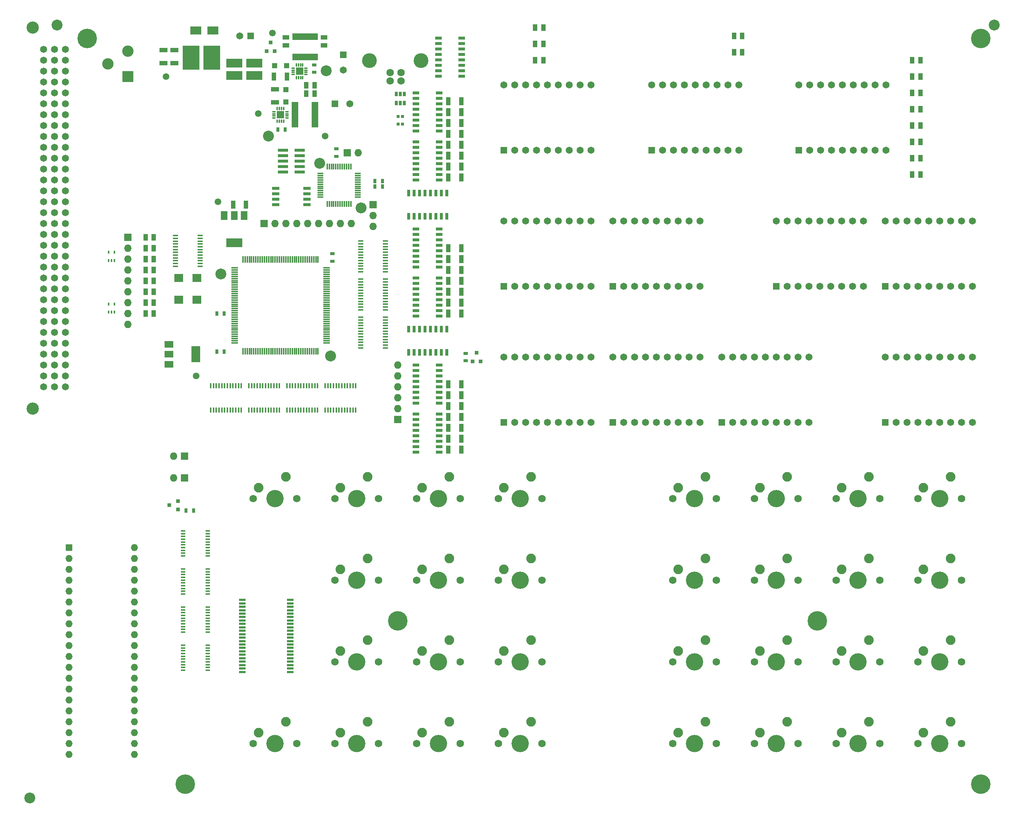
<source format=gts>
G04 #@! TF.GenerationSoftware,KiCad,Pcbnew,5.0.0-rc2-dev-unknown-c6ef0d5~62~ubuntu17.10.1*
G04 #@! TF.CreationDate,2018-03-22T21:06:56-04:00*
G04 #@! TF.ProjectId,quokka,71756F6B6B612E6B696361645F706362,rev?*
G04 #@! TF.SameCoordinates,PX9936698PY214e9c8*
G04 #@! TF.FileFunction,Soldermask,Top*
G04 #@! TF.FilePolarity,Negative*
%FSLAX46Y46*%
G04 Gerber Fmt 4.6, Leading zero omitted, Abs format (unit mm)*
G04 Created by KiCad (PCBNEW 5.0.0-rc2-dev-unknown-c6ef0d5~62~ubuntu17.10.1) date Thu Mar 22 21:06:56 2018*
%MOMM*%
%LPD*%
G01*
G04 APERTURE LIST*
%ADD10C,2.540000*%
%ADD11R,0.850800X0.950800*%
%ADD12O,1.750800X1.750800*%
%ADD13R,1.750800X1.750800*%
%ADD14C,1.650800*%
%ADD15C,2.850800*%
%ADD16C,4.550800*%
%ADD17R,0.700800X1.110800*%
%ADD18R,1.650800X1.650800*%
%ADD19C,1.550800*%
%ADD20R,1.050800X0.720800*%
%ADD21R,1.850800X1.120800*%
%ADD22R,1.120800X1.850800*%
%ADD23R,0.720800X1.050800*%
%ADD24R,1.550800X1.020800*%
%ADD25R,1.020800X1.550800*%
%ADD26R,2.550800X1.850800*%
%ADD27R,1.150800X1.150800*%
%ADD28R,0.450800X0.700800*%
%ADD29R,3.940800X5.550800*%
%ADD30R,2.650800X2.650800*%
%ADD31C,2.650800*%
%ADD32R,2.450800X0.790800*%
%ADD33C,1.750800*%
%ADD34C,3.450800*%
%ADD35R,3.710800X2.135800*%
%ADD36R,5.950800X1.650800*%
%ADD37R,1.650800X5.950800*%
%ADD38R,0.650800X0.700800*%
%ADD39R,0.950800X0.850800*%
%ADD40C,4.050800*%
%ADD41C,2.250800*%
%ADD42O,0.850800X0.350800*%
%ADD43O,0.350800X0.850800*%
%ADD44R,1.800800X1.800800*%
%ADD45R,3.850800X2.050800*%
%ADD46R,1.550800X2.050800*%
%ADD47R,2.050800X1.550800*%
%ADD48R,2.050800X3.850800*%
%ADD49R,0.350800X1.600800*%
%ADD50R,1.600800X0.350800*%
%ADD51R,1.350800X0.300800*%
%ADD52R,0.300800X1.350800*%
%ADD53R,1.150800X0.450800*%
%ADD54R,0.650800X1.550800*%
%ADD55R,1.550800X0.650800*%
%ADD56R,1.550800X0.550800*%
%ADD57R,1.050800X0.450800*%
%ADD58O,1.650800X1.650800*%
%ADD59R,0.450800X1.150800*%
%ADD60R,1.750800X0.700800*%
%ADD61R,2.050800X1.850800*%
G04 APERTURE END LIST*
D10*
X70993000Y-12573000D03*
X46405800Y-59969400D03*
X57531000Y-27813000D03*
X72009000Y-79121000D03*
X69469000Y-34163000D03*
X79121000Y-44577000D03*
X226695000Y-1905000D03*
X1905000Y-182245000D03*
X8255000Y-1905000D03*
D11*
X57064000Y-7985000D03*
X58964000Y-7985000D03*
X58014000Y-5985000D03*
D12*
X24765000Y-71755000D03*
X24765000Y-69215000D03*
X24765000Y-66675000D03*
X24765000Y-64135000D03*
X24765000Y-61595000D03*
X24765000Y-59055000D03*
X24765000Y-56515000D03*
X24765000Y-53975000D03*
D13*
X24765000Y-51435000D03*
D14*
X10160000Y-86360000D03*
X10160000Y-83820000D03*
X10160000Y-81280000D03*
X10160000Y-78740000D03*
X10160000Y-76200000D03*
X10160000Y-73660000D03*
X10160000Y-71120000D03*
X10160000Y-68580000D03*
X10160000Y-66040000D03*
X10160000Y-63500000D03*
X10160000Y-60960000D03*
X10160000Y-58420000D03*
X10160000Y-55880000D03*
X10160000Y-53340000D03*
X10160000Y-50800000D03*
X10160000Y-48260000D03*
X10160000Y-45720000D03*
X10160000Y-43180000D03*
X10160000Y-40640000D03*
X10160000Y-38100000D03*
X10160000Y-35560000D03*
X10160000Y-33020000D03*
X10160000Y-30480000D03*
X10160000Y-27940000D03*
X10160000Y-25400000D03*
X10160000Y-22860000D03*
X10160000Y-20320000D03*
X10160000Y-17780000D03*
X10160000Y-15240000D03*
X10160000Y-12700000D03*
X10160000Y-10160000D03*
X10160000Y-7620000D03*
X7620000Y-86360000D03*
X7620000Y-83820000D03*
X7620000Y-81280000D03*
X7620000Y-78740000D03*
X7620000Y-76200000D03*
X7620000Y-73660000D03*
X7620000Y-71120000D03*
X7620000Y-68580000D03*
X7620000Y-66040000D03*
X7620000Y-63500000D03*
X7620000Y-60960000D03*
X7620000Y-58420000D03*
X7620000Y-55880000D03*
X7620000Y-53340000D03*
X7620000Y-50800000D03*
X7620000Y-48260000D03*
X7620000Y-45720000D03*
X7620000Y-43180000D03*
X7620000Y-40640000D03*
X7620000Y-38100000D03*
X7620000Y-35560000D03*
X7620000Y-33020000D03*
X7620000Y-30480000D03*
X7620000Y-27940000D03*
X7620000Y-25400000D03*
X7620000Y-22860000D03*
X7620000Y-20320000D03*
X7620000Y-17780000D03*
X7620000Y-15240000D03*
X7620000Y-12700000D03*
X7620000Y-10160000D03*
X7620000Y-7620000D03*
X5080000Y-86360000D03*
X5080000Y-83820000D03*
X5080000Y-81280000D03*
X5080000Y-78740000D03*
X5080000Y-76200000D03*
X5080000Y-73660000D03*
X5080000Y-71120000D03*
X5080000Y-68580000D03*
X5080000Y-66040000D03*
X5080000Y-63500000D03*
X5080000Y-60960000D03*
X5080000Y-58420000D03*
X5080000Y-55880000D03*
X5080000Y-53340000D03*
X5080000Y-50800000D03*
X5080000Y-48260000D03*
X5080000Y-45720000D03*
X5080000Y-43180000D03*
X5080000Y-40640000D03*
X5080000Y-38100000D03*
X5080000Y-35560000D03*
X5080000Y-33020000D03*
X5080000Y-30480000D03*
X5080000Y-27940000D03*
X5080000Y-25400000D03*
X5080000Y-22860000D03*
X5080000Y-20320000D03*
X5080000Y-17780000D03*
X5080000Y-15240000D03*
X5080000Y-12700000D03*
X5080000Y-10160000D03*
X5080000Y-7620000D03*
D15*
X2540000Y-91440000D03*
X2540000Y-2540000D03*
D16*
X223520000Y-5080000D03*
X87630000Y-140970000D03*
X185420000Y-140970000D03*
X15240000Y-5080000D03*
X38100000Y-179070000D03*
D17*
X87315000Y-20150000D03*
X88265000Y-20150000D03*
X89215000Y-20150000D03*
X89215000Y-17950000D03*
X87315000Y-17950000D03*
X88265000Y-17950000D03*
D14*
X132715000Y-31115000D03*
X132715000Y-15875000D03*
X130175000Y-31115000D03*
X130175000Y-15875000D03*
X127635000Y-31115000D03*
X127635000Y-15875000D03*
X125095000Y-31115000D03*
X125095000Y-15875000D03*
X122555000Y-31115000D03*
X122555000Y-15875000D03*
X120015000Y-31115000D03*
X120015000Y-15875000D03*
X117475000Y-31115000D03*
X117475000Y-15875000D03*
X114935000Y-31115000D03*
X114935000Y-15875000D03*
D18*
X112395000Y-31115000D03*
D14*
X112395000Y-15875000D03*
D19*
X58420000Y-3810000D03*
X70739000Y-27813000D03*
X45720000Y-43180000D03*
X40640000Y-83820000D03*
X33655000Y-13970000D03*
X55118000Y-22606000D03*
D20*
X68199000Y-11190000D03*
X68199000Y-12940000D03*
D21*
X35560000Y-7785000D03*
X35560000Y-10795000D03*
X33020000Y-7785000D03*
X33020000Y-10795000D03*
D18*
X53340000Y-4445000D03*
D14*
X50840000Y-4445000D03*
D22*
X61830000Y-13970000D03*
X58820000Y-13970000D03*
D23*
X59704000Y-26289000D03*
X61454000Y-26289000D03*
D24*
X70485000Y-4760000D03*
X70485000Y-6670000D03*
X61595000Y-6670000D03*
X61595000Y-4760000D03*
D14*
X74930000Y-12390000D03*
D18*
X74930000Y-8890000D03*
D21*
X59055000Y-19920000D03*
X59055000Y-16910000D03*
D25*
X66355000Y-16002000D03*
X68265000Y-16002000D03*
X68265000Y-17907000D03*
X66355000Y-17907000D03*
D18*
X73025000Y-20320000D03*
D14*
X76525000Y-20320000D03*
D26*
X44545000Y-3175000D03*
X40545000Y-3175000D03*
D27*
X61725000Y-11430000D03*
X58925000Y-11430000D03*
X61595000Y-17015000D03*
X61595000Y-19815000D03*
D28*
X20305000Y-54930000D03*
X21605000Y-54930000D03*
X20955000Y-56830000D03*
X21605000Y-56830000D03*
X20305000Y-56830000D03*
X20305000Y-68895000D03*
X21605000Y-68895000D03*
X20955000Y-68895000D03*
X21605000Y-66995000D03*
X20305000Y-66995000D03*
D25*
X30800000Y-51435000D03*
X28890000Y-51435000D03*
X30800000Y-53975000D03*
X28890000Y-53975000D03*
X28890000Y-56515000D03*
X30800000Y-56515000D03*
X30800000Y-59055000D03*
X28890000Y-59055000D03*
X28890000Y-61595000D03*
X30800000Y-61595000D03*
X30800000Y-64135000D03*
X28890000Y-64135000D03*
X28890000Y-66675000D03*
X30800000Y-66675000D03*
X28890000Y-69215000D03*
X30800000Y-69215000D03*
D14*
X158115000Y-62865000D03*
X158115000Y-47625000D03*
X155575000Y-62865000D03*
X155575000Y-47625000D03*
X153035000Y-62865000D03*
X153035000Y-47625000D03*
X150495000Y-62865000D03*
X150495000Y-47625000D03*
X147955000Y-62865000D03*
X147955000Y-47625000D03*
X145415000Y-62865000D03*
X145415000Y-47625000D03*
X142875000Y-62865000D03*
X142875000Y-47625000D03*
X140335000Y-62865000D03*
X140335000Y-47625000D03*
D18*
X137795000Y-62865000D03*
D14*
X137795000Y-47625000D03*
X112395000Y-47625000D03*
D18*
X112395000Y-62865000D03*
D14*
X114935000Y-47625000D03*
X114935000Y-62865000D03*
X117475000Y-47625000D03*
X117475000Y-62865000D03*
X120015000Y-47625000D03*
X120015000Y-62865000D03*
X122555000Y-47625000D03*
X122555000Y-62865000D03*
X125095000Y-47625000D03*
X125095000Y-62865000D03*
X127635000Y-47625000D03*
X127635000Y-62865000D03*
X130175000Y-47625000D03*
X130175000Y-62865000D03*
X132715000Y-47625000D03*
X132715000Y-62865000D03*
X196215000Y-62865000D03*
X196215000Y-47625000D03*
X193675000Y-62865000D03*
X193675000Y-47625000D03*
X191135000Y-62865000D03*
X191135000Y-47625000D03*
X188595000Y-62865000D03*
X188595000Y-47625000D03*
X186055000Y-62865000D03*
X186055000Y-47625000D03*
X183515000Y-62865000D03*
X183515000Y-47625000D03*
X180975000Y-62865000D03*
X180975000Y-47625000D03*
X178435000Y-62865000D03*
X178435000Y-47625000D03*
D18*
X175895000Y-62865000D03*
D14*
X175895000Y-47625000D03*
X201295000Y-47625000D03*
D18*
X201295000Y-62865000D03*
D14*
X203835000Y-47625000D03*
X203835000Y-62865000D03*
X206375000Y-47625000D03*
X206375000Y-62865000D03*
X208915000Y-47625000D03*
X208915000Y-62865000D03*
X211455000Y-47625000D03*
X211455000Y-62865000D03*
X213995000Y-47625000D03*
X213995000Y-62865000D03*
X216535000Y-47625000D03*
X216535000Y-62865000D03*
X219075000Y-47625000D03*
X219075000Y-62865000D03*
X221615000Y-47625000D03*
X221615000Y-62865000D03*
X221615000Y-94615000D03*
X221615000Y-79375000D03*
X219075000Y-94615000D03*
X219075000Y-79375000D03*
X216535000Y-94615000D03*
X216535000Y-79375000D03*
X213995000Y-94615000D03*
X213995000Y-79375000D03*
X211455000Y-94615000D03*
X211455000Y-79375000D03*
X208915000Y-94615000D03*
X208915000Y-79375000D03*
X206375000Y-94615000D03*
X206375000Y-79375000D03*
X203835000Y-94615000D03*
X203835000Y-79375000D03*
D18*
X201295000Y-94615000D03*
D14*
X201295000Y-79375000D03*
X163195000Y-79375000D03*
D18*
X163195000Y-94615000D03*
D14*
X165735000Y-79375000D03*
X165735000Y-94615000D03*
X168275000Y-79375000D03*
X168275000Y-94615000D03*
X170815000Y-79375000D03*
X170815000Y-94615000D03*
X173355000Y-79375000D03*
X173355000Y-94615000D03*
X175895000Y-79375000D03*
X175895000Y-94615000D03*
X178435000Y-79375000D03*
X178435000Y-94615000D03*
X180975000Y-79375000D03*
X180975000Y-94615000D03*
X183515000Y-79375000D03*
X183515000Y-94615000D03*
X132715000Y-94615000D03*
X132715000Y-79375000D03*
X130175000Y-94615000D03*
X130175000Y-79375000D03*
X127635000Y-94615000D03*
X127635000Y-79375000D03*
X125095000Y-94615000D03*
X125095000Y-79375000D03*
X122555000Y-94615000D03*
X122555000Y-79375000D03*
X120015000Y-94615000D03*
X120015000Y-79375000D03*
X117475000Y-94615000D03*
X117475000Y-79375000D03*
X114935000Y-94615000D03*
X114935000Y-79375000D03*
D18*
X112395000Y-94615000D03*
D14*
X112395000Y-79375000D03*
X137795000Y-79375000D03*
D18*
X137795000Y-94615000D03*
D14*
X140335000Y-79375000D03*
X140335000Y-94615000D03*
X142875000Y-79375000D03*
X142875000Y-94615000D03*
X145415000Y-79375000D03*
X145415000Y-94615000D03*
X147955000Y-79375000D03*
X147955000Y-94615000D03*
X150495000Y-79375000D03*
X150495000Y-94615000D03*
X153035000Y-79375000D03*
X153035000Y-94615000D03*
X155575000Y-79375000D03*
X155575000Y-94615000D03*
X158115000Y-79375000D03*
X158115000Y-94615000D03*
D25*
X207569000Y-10160000D03*
X209479000Y-10160000D03*
X209479000Y-13970000D03*
X207569000Y-13970000D03*
X207569000Y-17780000D03*
X209479000Y-17780000D03*
X209479000Y-21590000D03*
X207569000Y-21590000D03*
X207569000Y-25400000D03*
X209479000Y-25400000D03*
X209479000Y-29210000D03*
X207569000Y-29210000D03*
X207569000Y-33020000D03*
X209479000Y-33020000D03*
X209479000Y-36830000D03*
X207569000Y-36830000D03*
X166050000Y-4445000D03*
X167960000Y-4445000D03*
X167960000Y-8255000D03*
X166050000Y-8255000D03*
X119695000Y-2540000D03*
X121605000Y-2540000D03*
X119695000Y-6350000D03*
X121605000Y-6350000D03*
X121605000Y-10160000D03*
X119695000Y-10160000D03*
D14*
X146812000Y-15875000D03*
D18*
X146812000Y-31115000D03*
D14*
X149352000Y-15875000D03*
X149352000Y-31115000D03*
X151892000Y-15875000D03*
X151892000Y-31115000D03*
X154432000Y-15875000D03*
X154432000Y-31115000D03*
X156972000Y-15875000D03*
X156972000Y-31115000D03*
X159512000Y-15875000D03*
X159512000Y-31115000D03*
X162052000Y-15875000D03*
X162052000Y-31115000D03*
X164592000Y-15875000D03*
X164592000Y-31115000D03*
X167132000Y-15875000D03*
X167132000Y-31115000D03*
X181102000Y-15875000D03*
D18*
X181102000Y-31115000D03*
D14*
X183642000Y-15875000D03*
X183642000Y-31115000D03*
X186182000Y-15875000D03*
X186182000Y-31115000D03*
X188722000Y-15875000D03*
X188722000Y-31115000D03*
X191262000Y-15875000D03*
X191262000Y-31115000D03*
X193802000Y-15875000D03*
X193802000Y-31115000D03*
X196342000Y-15875000D03*
X196342000Y-31115000D03*
X198882000Y-15875000D03*
X198882000Y-31115000D03*
X201422000Y-15875000D03*
X201422000Y-31115000D03*
D29*
X44305000Y-9525000D03*
X39515000Y-9525000D03*
D30*
X24765000Y-13970000D03*
D31*
X24765000Y-7970000D03*
X20065000Y-10970000D03*
D32*
X60915000Y-31115000D03*
X64815000Y-31115000D03*
X60915000Y-32385000D03*
X64815000Y-32385000D03*
X60915000Y-33655000D03*
X64815000Y-33655000D03*
X60915000Y-34925000D03*
X64815000Y-34925000D03*
X60915000Y-36195000D03*
X64815000Y-36195000D03*
D13*
X75870000Y-31673800D03*
D12*
X78410000Y-31673800D03*
D13*
X56515000Y-48260000D03*
D12*
X59055000Y-48260000D03*
X61595000Y-48260000D03*
X64135000Y-48260000D03*
X66675000Y-48260000D03*
X69215000Y-48260000D03*
X71755000Y-48260000D03*
X74295000Y-48260000D03*
X76835000Y-48260000D03*
D13*
X81915000Y-43815000D03*
D12*
X81915000Y-46355000D03*
X81915000Y-48895000D03*
D33*
X88392000Y-14986000D03*
X85892000Y-14986000D03*
X88392000Y-12986000D03*
X85892000Y-12986000D03*
D34*
X93102000Y-10216000D03*
X81062000Y-10216000D03*
D13*
X87630000Y-93980000D03*
D12*
X87630000Y-91440000D03*
X87630000Y-88900000D03*
X87630000Y-86360000D03*
X87630000Y-83820000D03*
X87630000Y-81280000D03*
D13*
X37946000Y-102523000D03*
D12*
X35406000Y-102523000D03*
X35406000Y-107603000D03*
D13*
X37946000Y-107603000D03*
D35*
X49530000Y-10795000D03*
X54230000Y-10795000D03*
X49530000Y-13695000D03*
X54230000Y-13695000D03*
D36*
X66040000Y-4635000D03*
X66040000Y-9335000D03*
D37*
X63690000Y-22860000D03*
X68390000Y-22860000D03*
D38*
X88745000Y-24980000D03*
X88740000Y-23280000D03*
X87785000Y-24980000D03*
X87785000Y-23280000D03*
D11*
X106045000Y-78375000D03*
X106995000Y-80375000D03*
X105095000Y-80375000D03*
D39*
X36406000Y-114903000D03*
X36406000Y-113003000D03*
X34406000Y-113953000D03*
D22*
X49295000Y-43815000D03*
X52305000Y-43815000D03*
D20*
X73330000Y-32548800D03*
X73330000Y-30798800D03*
D23*
X84085000Y-39624000D03*
X82335000Y-39624000D03*
X84085000Y-38354000D03*
X82335000Y-38354000D03*
D22*
X99460000Y-69215000D03*
X102470000Y-69215000D03*
X99460000Y-66675000D03*
X102470000Y-66675000D03*
X102470000Y-64135000D03*
X99460000Y-64135000D03*
X99460000Y-61595000D03*
X102470000Y-61595000D03*
X99460000Y-59055000D03*
X102470000Y-59055000D03*
X99460000Y-53975000D03*
X102470000Y-53975000D03*
X102470000Y-56515000D03*
X99460000Y-56515000D03*
D20*
X103505000Y-80250000D03*
X103505000Y-78500000D03*
D22*
X102470000Y-100965000D03*
X99460000Y-100965000D03*
X102470000Y-98425000D03*
X99460000Y-98425000D03*
X99460000Y-95885000D03*
X102470000Y-95885000D03*
X102470000Y-93345000D03*
X99460000Y-93345000D03*
X102470000Y-90805000D03*
X99460000Y-90805000D03*
X99460000Y-85725000D03*
X102470000Y-85725000D03*
X102470000Y-88265000D03*
X99460000Y-88265000D03*
X102470000Y-37465000D03*
X99460000Y-37465000D03*
X102470000Y-34925000D03*
X99460000Y-34925000D03*
X102470000Y-32385000D03*
X99460000Y-32385000D03*
X102470000Y-29845000D03*
X99460000Y-29845000D03*
X102470000Y-27305000D03*
X99460000Y-27305000D03*
X102470000Y-19685000D03*
X99460000Y-19685000D03*
X99460000Y-24765000D03*
X102470000Y-24765000D03*
X102470000Y-22225000D03*
X99460000Y-22225000D03*
D23*
X38341000Y-115223000D03*
X40091000Y-115223000D03*
X47230000Y-69215000D03*
X45480000Y-69215000D03*
X47230000Y-78105000D03*
X45480000Y-78105000D03*
D20*
X72390000Y-56995000D03*
X72390000Y-55245000D03*
D33*
X64135000Y-112395000D03*
X53975000Y-112395000D03*
D40*
X59055000Y-112395000D03*
D41*
X55245000Y-109855000D03*
X61595000Y-107315000D03*
X80645000Y-107315000D03*
X74295000Y-109855000D03*
D40*
X78105000Y-112395000D03*
D33*
X73025000Y-112395000D03*
X83185000Y-112395000D03*
X64135000Y-169545000D03*
X53975000Y-169545000D03*
D40*
X59055000Y-169545000D03*
D41*
X55245000Y-167005000D03*
X61595000Y-164465000D03*
X118745000Y-107315000D03*
X112395000Y-109855000D03*
D40*
X116205000Y-112395000D03*
D33*
X111125000Y-112395000D03*
X121285000Y-112395000D03*
X121285000Y-131445000D03*
X111125000Y-131445000D03*
D40*
X116205000Y-131445000D03*
D41*
X112395000Y-128905000D03*
X118745000Y-126365000D03*
X118745000Y-145415000D03*
X112395000Y-147955000D03*
D40*
X116205000Y-150495000D03*
D33*
X111125000Y-150495000D03*
X121285000Y-150495000D03*
X83185000Y-131445000D03*
X73025000Y-131445000D03*
D40*
X78105000Y-131445000D03*
D41*
X74295000Y-128905000D03*
X80645000Y-126365000D03*
X99695000Y-107315000D03*
X93345000Y-109855000D03*
D40*
X97155000Y-112395000D03*
D33*
X92075000Y-112395000D03*
X102235000Y-112395000D03*
X161925000Y-112395000D03*
X151765000Y-112395000D03*
D40*
X156845000Y-112395000D03*
D41*
X153035000Y-109855000D03*
X159385000Y-107315000D03*
X178435000Y-107315000D03*
X172085000Y-109855000D03*
D40*
X175895000Y-112395000D03*
D33*
X170815000Y-112395000D03*
X180975000Y-112395000D03*
X200025000Y-112395000D03*
X189865000Y-112395000D03*
D40*
X194945000Y-112395000D03*
D41*
X191135000Y-109855000D03*
X197485000Y-107315000D03*
X216535000Y-107315000D03*
X210185000Y-109855000D03*
D40*
X213995000Y-112395000D03*
D33*
X208915000Y-112395000D03*
X219075000Y-112395000D03*
X83185000Y-150495000D03*
X73025000Y-150495000D03*
D40*
X78105000Y-150495000D03*
D41*
X74295000Y-147955000D03*
X80645000Y-145415000D03*
X99695000Y-126365000D03*
X93345000Y-128905000D03*
D40*
X97155000Y-131445000D03*
D33*
X92075000Y-131445000D03*
X102235000Y-131445000D03*
X161925000Y-131445000D03*
X151765000Y-131445000D03*
D40*
X156845000Y-131445000D03*
D41*
X153035000Y-128905000D03*
X159385000Y-126365000D03*
X178435000Y-126365000D03*
X172085000Y-128905000D03*
D40*
X175895000Y-131445000D03*
D33*
X170815000Y-131445000D03*
X180975000Y-131445000D03*
D41*
X197485000Y-126365000D03*
X191135000Y-128905000D03*
D40*
X194945000Y-131445000D03*
D33*
X189865000Y-131445000D03*
X200025000Y-131445000D03*
X219075000Y-131445000D03*
X208915000Y-131445000D03*
D40*
X213995000Y-131445000D03*
D41*
X210185000Y-128905000D03*
X216535000Y-126365000D03*
X80645000Y-164465000D03*
X74295000Y-167005000D03*
D40*
X78105000Y-169545000D03*
D33*
X73025000Y-169545000D03*
X83185000Y-169545000D03*
X102235000Y-150495000D03*
X92075000Y-150495000D03*
D40*
X97155000Y-150495000D03*
D41*
X93345000Y-147955000D03*
X99695000Y-145415000D03*
X159385000Y-145415000D03*
X153035000Y-147955000D03*
D40*
X156845000Y-150495000D03*
D33*
X151765000Y-150495000D03*
X161925000Y-150495000D03*
X180975000Y-150495000D03*
X170815000Y-150495000D03*
D40*
X175895000Y-150495000D03*
D41*
X172085000Y-147955000D03*
X178435000Y-145415000D03*
X197485000Y-145415000D03*
X191135000Y-147955000D03*
D40*
X194945000Y-150495000D03*
D33*
X189865000Y-150495000D03*
X200025000Y-150495000D03*
X219075000Y-150495000D03*
X208915000Y-150495000D03*
D40*
X213995000Y-150495000D03*
D41*
X210185000Y-147955000D03*
X216535000Y-145415000D03*
X99695000Y-164465000D03*
X93345000Y-167005000D03*
D40*
X97155000Y-169545000D03*
D33*
X92075000Y-169545000D03*
X102235000Y-169545000D03*
X121285000Y-169545000D03*
X111125000Y-169545000D03*
D40*
X116205000Y-169545000D03*
D41*
X112395000Y-167005000D03*
X118745000Y-164465000D03*
X159385000Y-164465000D03*
X153035000Y-167005000D03*
D40*
X156845000Y-169545000D03*
D33*
X151765000Y-169545000D03*
X161925000Y-169545000D03*
X180975000Y-169545000D03*
X170815000Y-169545000D03*
D40*
X175895000Y-169545000D03*
D41*
X172085000Y-167005000D03*
X178435000Y-164465000D03*
X197485000Y-164465000D03*
X191135000Y-167005000D03*
D40*
X194945000Y-169545000D03*
D33*
X189865000Y-169545000D03*
X200025000Y-169545000D03*
X219075000Y-169545000D03*
X208915000Y-169545000D03*
D40*
X213995000Y-169545000D03*
D41*
X210185000Y-167005000D03*
X216535000Y-164465000D03*
D42*
X63270000Y-11950000D03*
X63270000Y-12450000D03*
X63270000Y-12950000D03*
X63270000Y-13450000D03*
D43*
X64020000Y-14200000D03*
X64520000Y-14200000D03*
X65020000Y-14200000D03*
X65520000Y-14200000D03*
D42*
X66270000Y-13450000D03*
X66270000Y-12950000D03*
X66270000Y-12450000D03*
X66270000Y-11950000D03*
D43*
X65520000Y-11200000D03*
X65020000Y-11200000D03*
X64520000Y-11200000D03*
X64020000Y-11200000D03*
D44*
X64770000Y-12700000D03*
X60325000Y-22860000D03*
D42*
X61825000Y-22110000D03*
X61825000Y-22610000D03*
X61825000Y-23110000D03*
X61825000Y-23610000D03*
D43*
X61075000Y-24360000D03*
X60575000Y-24360000D03*
X60075000Y-24360000D03*
X59575000Y-24360000D03*
D42*
X58825000Y-23610000D03*
X58825000Y-23110000D03*
X58825000Y-22610000D03*
X58825000Y-22110000D03*
D43*
X59575000Y-21360000D03*
X60075000Y-21360000D03*
X60575000Y-21360000D03*
X61075000Y-21360000D03*
D45*
X49530000Y-52680000D03*
D46*
X49530000Y-46380000D03*
X47230000Y-46380000D03*
X51830000Y-46380000D03*
D47*
X34315000Y-76440000D03*
X34315000Y-81040000D03*
X34315000Y-78740000D03*
D48*
X40615000Y-78740000D03*
D49*
X69075000Y-56610000D03*
X68575000Y-56610000D03*
X68075000Y-56610000D03*
X67575000Y-56610000D03*
X67075000Y-56610000D03*
X66575000Y-56610000D03*
X66075000Y-56610000D03*
X65575000Y-56610000D03*
X65075000Y-56610000D03*
X64575000Y-56610000D03*
X64075000Y-56610000D03*
X63575000Y-56610000D03*
X63075000Y-56610000D03*
X62575000Y-56610000D03*
X62075000Y-56610000D03*
X61575000Y-56610000D03*
X61075000Y-56610000D03*
X60575000Y-56610000D03*
X60075000Y-56610000D03*
X59575000Y-56610000D03*
X59075000Y-56610000D03*
X58575000Y-56610000D03*
X58075000Y-56610000D03*
X57575000Y-56610000D03*
X57075000Y-56610000D03*
X56575000Y-56610000D03*
X56075000Y-56610000D03*
X55575000Y-56610000D03*
X55075000Y-56610000D03*
X54575000Y-56610000D03*
X54075000Y-56610000D03*
X53575000Y-56610000D03*
X53075000Y-56610000D03*
X52575000Y-56610000D03*
X52075000Y-56610000D03*
X51575000Y-56610000D03*
D50*
X49625000Y-58560000D03*
X49625000Y-59060000D03*
X49625000Y-59560000D03*
X49625000Y-60060000D03*
X49625000Y-60560000D03*
X49625000Y-61060000D03*
X49625000Y-61560000D03*
X49625000Y-62060000D03*
X49625000Y-62560000D03*
X49625000Y-63060000D03*
X49625000Y-63560000D03*
X49625000Y-64060000D03*
X49625000Y-64560000D03*
X49625000Y-65060000D03*
X49625000Y-65560000D03*
X49625000Y-66060000D03*
X49625000Y-66560000D03*
X49625000Y-67060000D03*
X49625000Y-67560000D03*
X49625000Y-68060000D03*
X49625000Y-68560000D03*
X49625000Y-69060000D03*
X49625000Y-69560000D03*
X49625000Y-70060000D03*
X49625000Y-70560000D03*
X49625000Y-71060000D03*
X49625000Y-71560000D03*
X49625000Y-72060000D03*
X49625000Y-72560000D03*
X49625000Y-73060000D03*
X49625000Y-73560000D03*
X49625000Y-74060000D03*
X49625000Y-74560000D03*
X49625000Y-75060000D03*
X49625000Y-75560000D03*
X49625000Y-76060000D03*
D49*
X51575000Y-78010000D03*
X52075000Y-78010000D03*
X52575000Y-78010000D03*
X53075000Y-78010000D03*
X53575000Y-78010000D03*
X54075000Y-78010000D03*
X54575000Y-78010000D03*
X55075000Y-78010000D03*
X55575000Y-78010000D03*
X56075000Y-78010000D03*
X56575000Y-78010000D03*
X57075000Y-78010000D03*
X57575000Y-78010000D03*
X58075000Y-78010000D03*
X58575000Y-78010000D03*
X59075000Y-78010000D03*
X59575000Y-78010000D03*
X60075000Y-78010000D03*
X60575000Y-78010000D03*
X61075000Y-78010000D03*
X61575000Y-78010000D03*
X62075000Y-78010000D03*
X62575000Y-78010000D03*
X63075000Y-78010000D03*
X63575000Y-78010000D03*
X64075000Y-78010000D03*
X64575000Y-78010000D03*
X65075000Y-78010000D03*
X65575000Y-78010000D03*
X66075000Y-78010000D03*
X66575000Y-78010000D03*
X67075000Y-78010000D03*
X67575000Y-78010000D03*
X68075000Y-78010000D03*
X68575000Y-78010000D03*
X69075000Y-78010000D03*
D50*
X71025000Y-76060000D03*
X71025000Y-75560000D03*
X71025000Y-75060000D03*
X71025000Y-74560000D03*
X71025000Y-74060000D03*
X71025000Y-73560000D03*
X71025000Y-73060000D03*
X71025000Y-72560000D03*
X71025000Y-72060000D03*
X71025000Y-71560000D03*
X71025000Y-71060000D03*
X71025000Y-70560000D03*
X71025000Y-70060000D03*
X71025000Y-69560000D03*
X71025000Y-69060000D03*
X71025000Y-68560000D03*
X71025000Y-68060000D03*
X71025000Y-67560000D03*
X71025000Y-67060000D03*
X71025000Y-66560000D03*
X71025000Y-66060000D03*
X71025000Y-65560000D03*
X71025000Y-65060000D03*
X71025000Y-64560000D03*
X71025000Y-64060000D03*
X71025000Y-63560000D03*
X71025000Y-63060000D03*
X71025000Y-62560000D03*
X71025000Y-62060000D03*
X71025000Y-61560000D03*
X71025000Y-61060000D03*
X71025000Y-60560000D03*
X71025000Y-60060000D03*
X71025000Y-59560000D03*
X71025000Y-59060000D03*
X71025000Y-58560000D03*
D51*
X69615000Y-36543800D03*
X69615000Y-37043800D03*
X69615000Y-37543800D03*
X69615000Y-38043800D03*
X69615000Y-38543800D03*
X69615000Y-39043800D03*
X69615000Y-39543800D03*
X69615000Y-40043800D03*
X69615000Y-40543800D03*
X69615000Y-41043800D03*
X69615000Y-41543800D03*
X69615000Y-42043800D03*
D52*
X71215000Y-43643800D03*
X71715000Y-43643800D03*
X72215000Y-43643800D03*
X72715000Y-43643800D03*
X73215000Y-43643800D03*
X73715000Y-43643800D03*
X74215000Y-43643800D03*
X74715000Y-43643800D03*
X75215000Y-43643800D03*
X75715000Y-43643800D03*
X76215000Y-43643800D03*
X76715000Y-43643800D03*
D51*
X78315000Y-42043800D03*
X78315000Y-41543800D03*
X78315000Y-41043800D03*
X78315000Y-40543800D03*
X78315000Y-40043800D03*
X78315000Y-39543800D03*
X78315000Y-39043800D03*
X78315000Y-38543800D03*
X78315000Y-38043800D03*
X78315000Y-37543800D03*
X78315000Y-37043800D03*
X78315000Y-36543800D03*
D52*
X76715000Y-34943800D03*
X76215000Y-34943800D03*
X75715000Y-34943800D03*
X75215000Y-34943800D03*
X74715000Y-34943800D03*
X74215000Y-34943800D03*
X73715000Y-34943800D03*
X73215000Y-34943800D03*
X72715000Y-34943800D03*
X72215000Y-34943800D03*
X71715000Y-34943800D03*
X71215000Y-34943800D03*
D53*
X41585000Y-51035000D03*
X41585000Y-51685000D03*
X41585000Y-52335000D03*
X41585000Y-52985000D03*
X41585000Y-53635000D03*
X41585000Y-54285000D03*
X41585000Y-54935000D03*
X41585000Y-55585000D03*
X41585000Y-56235000D03*
X41585000Y-56885000D03*
X41585000Y-57535000D03*
X41585000Y-58185000D03*
X35885000Y-58185000D03*
X35885000Y-57535000D03*
X35885000Y-56885000D03*
X35885000Y-56235000D03*
X35885000Y-55585000D03*
X35885000Y-54935000D03*
X35885000Y-54285000D03*
X35885000Y-53635000D03*
X35885000Y-52985000D03*
X35885000Y-52335000D03*
X35885000Y-51685000D03*
X35885000Y-51035000D03*
D54*
X99060000Y-41115000D03*
X97790000Y-41115000D03*
X96520000Y-41115000D03*
X95250000Y-41115000D03*
X93980000Y-41115000D03*
X92710000Y-41115000D03*
X91440000Y-41115000D03*
X90170000Y-41115000D03*
X90170000Y-46515000D03*
X91440000Y-46515000D03*
X92710000Y-46515000D03*
X93980000Y-46515000D03*
X95250000Y-46515000D03*
X96520000Y-46515000D03*
X97790000Y-46515000D03*
X99060000Y-46515000D03*
D55*
X91915000Y-60960000D03*
X91915000Y-62230000D03*
X91915000Y-63500000D03*
X91915000Y-64770000D03*
X91915000Y-66040000D03*
X91915000Y-67310000D03*
X91915000Y-68580000D03*
X91915000Y-69850000D03*
X97315000Y-69850000D03*
X97315000Y-68580000D03*
X97315000Y-67310000D03*
X97315000Y-66040000D03*
X97315000Y-64770000D03*
X97315000Y-63500000D03*
X97315000Y-62230000D03*
X97315000Y-60960000D03*
X97315000Y-49530000D03*
X97315000Y-50800000D03*
X97315000Y-52070000D03*
X97315000Y-53340000D03*
X97315000Y-54610000D03*
X97315000Y-55880000D03*
X97315000Y-57150000D03*
X97315000Y-58420000D03*
X91915000Y-58420000D03*
X91915000Y-57150000D03*
X91915000Y-55880000D03*
X91915000Y-54610000D03*
X91915000Y-53340000D03*
X91915000Y-52070000D03*
X91915000Y-50800000D03*
X91915000Y-49530000D03*
D54*
X99060000Y-72865000D03*
X97790000Y-72865000D03*
X96520000Y-72865000D03*
X95250000Y-72865000D03*
X93980000Y-72865000D03*
X92710000Y-72865000D03*
X91440000Y-72865000D03*
X90170000Y-72865000D03*
X90170000Y-78265000D03*
X91440000Y-78265000D03*
X92710000Y-78265000D03*
X93980000Y-78265000D03*
X95250000Y-78265000D03*
X96520000Y-78265000D03*
X97790000Y-78265000D03*
X99060000Y-78265000D03*
D55*
X91915000Y-92710000D03*
X91915000Y-93980000D03*
X91915000Y-95250000D03*
X91915000Y-96520000D03*
X91915000Y-97790000D03*
X91915000Y-99060000D03*
X91915000Y-100330000D03*
X91915000Y-101600000D03*
X97315000Y-101600000D03*
X97315000Y-100330000D03*
X97315000Y-99060000D03*
X97315000Y-97790000D03*
X97315000Y-96520000D03*
X97315000Y-95250000D03*
X97315000Y-93980000D03*
X97315000Y-92710000D03*
X97315000Y-81280000D03*
X97315000Y-82550000D03*
X97315000Y-83820000D03*
X97315000Y-85090000D03*
X97315000Y-86360000D03*
X97315000Y-87630000D03*
X97315000Y-88900000D03*
X97315000Y-90170000D03*
X91915000Y-90170000D03*
X91915000Y-88900000D03*
X91915000Y-87630000D03*
X91915000Y-86360000D03*
X91915000Y-85090000D03*
X91915000Y-83820000D03*
X91915000Y-82550000D03*
X91915000Y-81280000D03*
X97122000Y-13843000D03*
X97122000Y-12573000D03*
X97122000Y-11303000D03*
X97122000Y-10033000D03*
X97122000Y-8763000D03*
X97122000Y-7493000D03*
X97122000Y-6223000D03*
X97122000Y-4953000D03*
X102522000Y-4953000D03*
X102522000Y-6223000D03*
X102522000Y-7493000D03*
X102522000Y-8763000D03*
X102522000Y-10033000D03*
X102522000Y-11303000D03*
X102522000Y-12573000D03*
X102522000Y-13843000D03*
X97315000Y-29210000D03*
X97315000Y-30480000D03*
X97315000Y-31750000D03*
X97315000Y-33020000D03*
X97315000Y-34290000D03*
X97315000Y-35560000D03*
X97315000Y-36830000D03*
X97315000Y-38100000D03*
X91915000Y-38100000D03*
X91915000Y-36830000D03*
X91915000Y-35560000D03*
X91915000Y-34290000D03*
X91915000Y-33020000D03*
X91915000Y-31750000D03*
X91915000Y-30480000D03*
X91915000Y-29210000D03*
X97315000Y-17780000D03*
X97315000Y-19050000D03*
X97315000Y-20320000D03*
X97315000Y-21590000D03*
X97315000Y-22860000D03*
X97315000Y-24130000D03*
X97315000Y-25400000D03*
X97315000Y-26670000D03*
X91915000Y-26670000D03*
X91915000Y-25400000D03*
X91915000Y-24130000D03*
X91915000Y-22860000D03*
X91915000Y-21590000D03*
X91915000Y-20320000D03*
X91915000Y-19050000D03*
X91915000Y-17780000D03*
D56*
X51396000Y-152833000D03*
X62596000Y-152833000D03*
X51396000Y-152033000D03*
X62596000Y-152033000D03*
X51396000Y-151233000D03*
X62596000Y-151233000D03*
X51396000Y-150433000D03*
X62596000Y-150433000D03*
X51396000Y-149633000D03*
X62596000Y-149633000D03*
X51396000Y-148833000D03*
X62596000Y-148833000D03*
X51396000Y-148033000D03*
X62596000Y-148033000D03*
X51396000Y-147233000D03*
X62596000Y-147233000D03*
X51396000Y-146433000D03*
X62596000Y-146433000D03*
X51396000Y-145633000D03*
X62596000Y-145633000D03*
X51396000Y-144833000D03*
X62596000Y-144833000D03*
X51396000Y-144033000D03*
X62596000Y-144033000D03*
X51396000Y-143233000D03*
X62596000Y-143233000D03*
X51396000Y-142433000D03*
X62596000Y-142433000D03*
X51396000Y-141633000D03*
X62596000Y-141633000D03*
X51396000Y-140833000D03*
X62596000Y-140833000D03*
X51396000Y-140033000D03*
X62596000Y-140033000D03*
X51396000Y-139233000D03*
X62596000Y-139233000D03*
X51396000Y-138433000D03*
X62596000Y-138433000D03*
X51396000Y-137633000D03*
X62596000Y-137633000D03*
X51396000Y-136833000D03*
X62596000Y-136833000D03*
X51396000Y-136033000D03*
X62596000Y-136033000D03*
D57*
X43386000Y-125768000D03*
X43386000Y-125118000D03*
X43386000Y-124468000D03*
X43386000Y-123818000D03*
X43386000Y-123168000D03*
X43386000Y-122518000D03*
X43386000Y-121868000D03*
X43386000Y-121218000D03*
X43386000Y-120568000D03*
X43386000Y-119918000D03*
X37586000Y-119918000D03*
X37586000Y-120568000D03*
X37586000Y-121218000D03*
X37586000Y-121868000D03*
X37586000Y-122518000D03*
X37586000Y-123168000D03*
X37586000Y-123818000D03*
X37586000Y-124468000D03*
X37586000Y-125118000D03*
X37586000Y-125768000D03*
D18*
X11022000Y-123859000D03*
D58*
X26262000Y-172119000D03*
X11022000Y-126399000D03*
X26262000Y-169579000D03*
X11022000Y-128939000D03*
X26262000Y-167039000D03*
X11022000Y-131479000D03*
X26262000Y-164499000D03*
X11022000Y-134019000D03*
X26262000Y-161959000D03*
X11022000Y-136559000D03*
X26262000Y-159419000D03*
X11022000Y-139099000D03*
X26262000Y-156879000D03*
X11022000Y-141639000D03*
X26262000Y-154339000D03*
X11022000Y-144179000D03*
X26262000Y-151799000D03*
X11022000Y-146719000D03*
X26262000Y-149259000D03*
X11022000Y-149259000D03*
X26262000Y-146719000D03*
X11022000Y-151799000D03*
X26262000Y-144179000D03*
X11022000Y-154339000D03*
X26262000Y-141639000D03*
X11022000Y-156879000D03*
X26262000Y-139099000D03*
X11022000Y-159419000D03*
X26262000Y-136559000D03*
X11022000Y-161959000D03*
X26262000Y-134019000D03*
X11022000Y-164499000D03*
X26262000Y-131479000D03*
X11022000Y-167039000D03*
X26262000Y-128939000D03*
X11022000Y-169579000D03*
X26262000Y-126399000D03*
X11022000Y-172119000D03*
X26262000Y-123859000D03*
D57*
X37586000Y-152438000D03*
X37586000Y-151788000D03*
X37586000Y-151138000D03*
X37586000Y-150488000D03*
X37586000Y-149838000D03*
X37586000Y-149188000D03*
X37586000Y-148538000D03*
X37586000Y-147888000D03*
X37586000Y-147238000D03*
X37586000Y-146588000D03*
X43386000Y-146588000D03*
X43386000Y-147238000D03*
X43386000Y-147888000D03*
X43386000Y-148538000D03*
X43386000Y-149188000D03*
X43386000Y-149838000D03*
X43386000Y-150488000D03*
X43386000Y-151138000D03*
X43386000Y-151788000D03*
X43386000Y-152438000D03*
X43386000Y-143548000D03*
X43386000Y-142898000D03*
X43386000Y-142248000D03*
X43386000Y-141598000D03*
X43386000Y-140948000D03*
X43386000Y-140298000D03*
X43386000Y-139648000D03*
X43386000Y-138998000D03*
X43386000Y-138348000D03*
X43386000Y-137698000D03*
X37586000Y-137698000D03*
X37586000Y-138348000D03*
X37586000Y-138998000D03*
X37586000Y-139648000D03*
X37586000Y-140298000D03*
X37586000Y-140948000D03*
X37586000Y-141598000D03*
X37586000Y-142248000D03*
X37586000Y-142898000D03*
X37586000Y-143548000D03*
X37586000Y-134658000D03*
X37586000Y-134008000D03*
X37586000Y-133358000D03*
X37586000Y-132708000D03*
X37586000Y-132058000D03*
X37586000Y-131408000D03*
X37586000Y-130758000D03*
X37586000Y-130108000D03*
X37586000Y-129458000D03*
X37586000Y-128808000D03*
X43386000Y-128808000D03*
X43386000Y-129458000D03*
X43386000Y-130108000D03*
X43386000Y-130758000D03*
X43386000Y-131408000D03*
X43386000Y-132058000D03*
X43386000Y-132708000D03*
X43386000Y-133358000D03*
X43386000Y-134008000D03*
X43386000Y-134658000D03*
D59*
X61830000Y-86050000D03*
X62480000Y-86050000D03*
X63130000Y-86050000D03*
X63780000Y-86050000D03*
X64430000Y-86050000D03*
X65080000Y-86050000D03*
X65730000Y-86050000D03*
X66380000Y-86050000D03*
X67030000Y-86050000D03*
X67680000Y-86050000D03*
X68330000Y-86050000D03*
X68980000Y-86050000D03*
X68980000Y-91750000D03*
X68330000Y-91750000D03*
X67680000Y-91750000D03*
X67030000Y-91750000D03*
X66380000Y-91750000D03*
X65730000Y-91750000D03*
X65080000Y-91750000D03*
X64430000Y-91750000D03*
X63780000Y-91750000D03*
X63130000Y-91750000D03*
X62480000Y-91750000D03*
X61830000Y-91750000D03*
D53*
X84765000Y-59455000D03*
X84765000Y-58805000D03*
X84765000Y-58155000D03*
X84765000Y-57505000D03*
X84765000Y-56855000D03*
X84765000Y-56205000D03*
X84765000Y-55555000D03*
X84765000Y-54905000D03*
X84765000Y-54255000D03*
X84765000Y-53605000D03*
X84765000Y-52955000D03*
X84765000Y-52305000D03*
X79065000Y-52305000D03*
X79065000Y-52955000D03*
X79065000Y-53605000D03*
X79065000Y-54255000D03*
X79065000Y-54905000D03*
X79065000Y-55555000D03*
X79065000Y-56205000D03*
X79065000Y-56855000D03*
X79065000Y-57505000D03*
X79065000Y-58155000D03*
X79065000Y-58805000D03*
X79065000Y-59455000D03*
D59*
X44050000Y-86050000D03*
X44700000Y-86050000D03*
X45350000Y-86050000D03*
X46000000Y-86050000D03*
X46650000Y-86050000D03*
X47300000Y-86050000D03*
X47950000Y-86050000D03*
X48600000Y-86050000D03*
X49250000Y-86050000D03*
X49900000Y-86050000D03*
X50550000Y-86050000D03*
X51200000Y-86050000D03*
X51200000Y-91750000D03*
X50550000Y-91750000D03*
X49900000Y-91750000D03*
X49250000Y-91750000D03*
X48600000Y-91750000D03*
X47950000Y-91750000D03*
X47300000Y-91750000D03*
X46650000Y-91750000D03*
X46000000Y-91750000D03*
X45350000Y-91750000D03*
X44700000Y-91750000D03*
X44050000Y-91750000D03*
X70720000Y-86050000D03*
X71370000Y-86050000D03*
X72020000Y-86050000D03*
X72670000Y-86050000D03*
X73320000Y-86050000D03*
X73970000Y-86050000D03*
X74620000Y-86050000D03*
X75270000Y-86050000D03*
X75920000Y-86050000D03*
X76570000Y-86050000D03*
X77220000Y-86050000D03*
X77870000Y-86050000D03*
X77870000Y-91750000D03*
X77220000Y-91750000D03*
X76570000Y-91750000D03*
X75920000Y-91750000D03*
X75270000Y-91750000D03*
X74620000Y-91750000D03*
X73970000Y-91750000D03*
X73320000Y-91750000D03*
X72670000Y-91750000D03*
X72020000Y-91750000D03*
X71370000Y-91750000D03*
X70720000Y-91750000D03*
D53*
X84765000Y-77235000D03*
X84765000Y-76585000D03*
X84765000Y-75935000D03*
X84765000Y-75285000D03*
X84765000Y-74635000D03*
X84765000Y-73985000D03*
X84765000Y-73335000D03*
X84765000Y-72685000D03*
X84765000Y-72035000D03*
X84765000Y-71385000D03*
X84765000Y-70735000D03*
X84765000Y-70085000D03*
X79065000Y-70085000D03*
X79065000Y-70735000D03*
X79065000Y-71385000D03*
X79065000Y-72035000D03*
X79065000Y-72685000D03*
X79065000Y-73335000D03*
X79065000Y-73985000D03*
X79065000Y-74635000D03*
X79065000Y-75285000D03*
X79065000Y-75935000D03*
X79065000Y-76585000D03*
X79065000Y-77235000D03*
X84765000Y-68345000D03*
X84765000Y-67695000D03*
X84765000Y-67045000D03*
X84765000Y-66395000D03*
X84765000Y-65745000D03*
X84765000Y-65095000D03*
X84765000Y-64445000D03*
X84765000Y-63795000D03*
X84765000Y-63145000D03*
X84765000Y-62495000D03*
X84765000Y-61845000D03*
X84765000Y-61195000D03*
X79065000Y-61195000D03*
X79065000Y-61845000D03*
X79065000Y-62495000D03*
X79065000Y-63145000D03*
X79065000Y-63795000D03*
X79065000Y-64445000D03*
X79065000Y-65095000D03*
X79065000Y-65745000D03*
X79065000Y-66395000D03*
X79065000Y-67045000D03*
X79065000Y-67695000D03*
X79065000Y-68345000D03*
D59*
X52940000Y-91750000D03*
X53590000Y-91750000D03*
X54240000Y-91750000D03*
X54890000Y-91750000D03*
X55540000Y-91750000D03*
X56190000Y-91750000D03*
X56840000Y-91750000D03*
X57490000Y-91750000D03*
X58140000Y-91750000D03*
X58790000Y-91750000D03*
X59440000Y-91750000D03*
X60090000Y-91750000D03*
X60090000Y-86050000D03*
X59440000Y-86050000D03*
X58790000Y-86050000D03*
X58140000Y-86050000D03*
X57490000Y-86050000D03*
X56840000Y-86050000D03*
X56190000Y-86050000D03*
X55540000Y-86050000D03*
X54890000Y-86050000D03*
X54240000Y-86050000D03*
X53590000Y-86050000D03*
X52940000Y-86050000D03*
D60*
X66515000Y-43815000D03*
X66515000Y-42545000D03*
X66515000Y-41275000D03*
X66515000Y-40005000D03*
X59215000Y-40005000D03*
X59215000Y-41275000D03*
X59215000Y-42545000D03*
X59215000Y-43815000D03*
D61*
X36635000Y-60960000D03*
X36635000Y-66040000D03*
X40835000Y-66040000D03*
X40835000Y-60960000D03*
D16*
X223520000Y-179070000D03*
M02*

</source>
